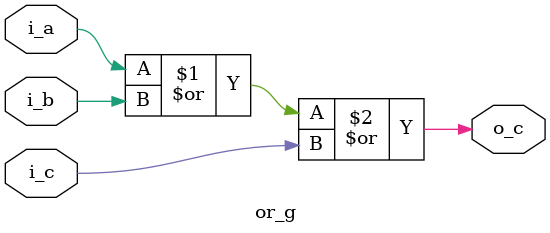
<source format=v>
module or_g(
    input i_a,
    input i_b,
    input i_c,
    output o_c
    );

assign o_c = i_a | i_b | i_c;

endmodule

</source>
